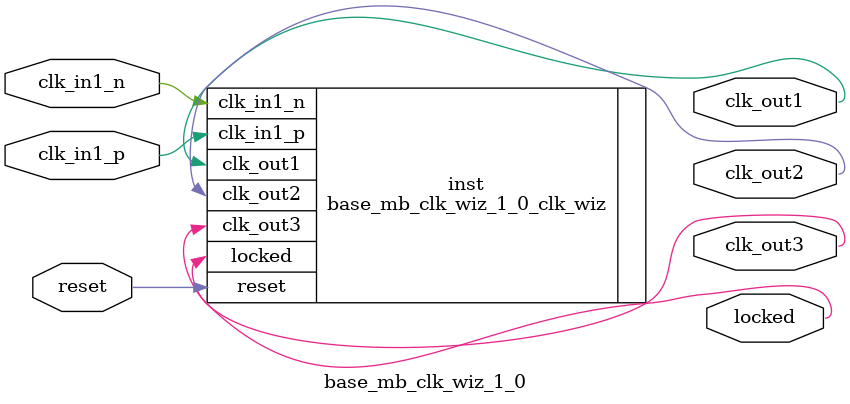
<source format=v>


`timescale 1ps/1ps

(* CORE_GENERATION_INFO = "base_mb_clk_wiz_1_0,clk_wiz_v5_4_3_0,{component_name=base_mb_clk_wiz_1_0,use_phase_alignment=true,use_min_o_jitter=false,use_max_i_jitter=false,use_dyn_phase_shift=false,use_inclk_switchover=false,use_dyn_reconfig=false,enable_axi=0,feedback_source=FDBK_AUTO,PRIMITIVE=MMCM,num_out_clk=3,clkin1_period=3.333,clkin2_period=10.0,use_power_down=false,use_reset=true,use_locked=true,use_inclk_stopped=false,feedback_type=SINGLE,CLOCK_MGR_TYPE=NA,manual_override=false}" *)

module base_mb_clk_wiz_1_0 
 (
  // Clock out ports
  output        clk_out1,
  output        clk_out2,
  output        clk_out3,
  // Status and control signals
  input         reset,
  output        locked,
 // Clock in ports
  input         clk_in1_p,
  input         clk_in1_n
 );

  base_mb_clk_wiz_1_0_clk_wiz inst
  (
  // Clock out ports  
  .clk_out1(clk_out1),
  .clk_out2(clk_out2),
  .clk_out3(clk_out3),
  // Status and control signals               
  .reset(reset), 
  .locked(locked),
 // Clock in ports
  .clk_in1_p(clk_in1_p),
  .clk_in1_n(clk_in1_n)
  );

endmodule

</source>
